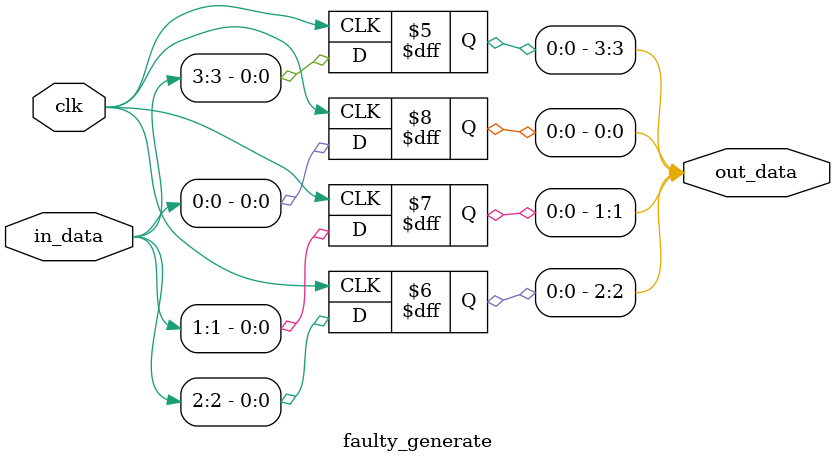
<source format=v>
module faulty_generate (
    input wire clk,
    input wire [3:0] in_data,
    output wire [3:0] out_data
);

    genvar i;
    
    generate
        for (i = 0; i < 4; i++) begin // Syntax Error: Missing `endgenerate`
            always @(posedge clk) begin
                out_data[i] <= in_data[i]; // Syntax Error: `out_data` must be a `reg` inside an always block
            end
        end
    endgenerate

endmodule

</source>
